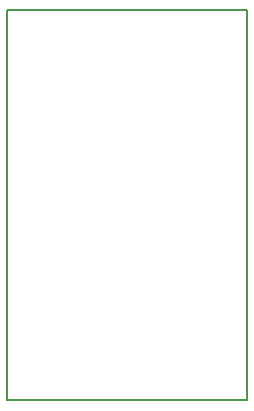
<source format=gbr>
G04 #@! TF.GenerationSoftware,KiCad,Pcbnew,(5.0.0)*
G04 #@! TF.CreationDate,2019-11-08T16:30:22-06:00*
G04 #@! TF.ProjectId,BlueMicro_LED_tester,426C75654D6963726F5F4C45445F7465,rev?*
G04 #@! TF.SameCoordinates,Original*
G04 #@! TF.FileFunction,Profile,NP*
%FSLAX46Y46*%
G04 Gerber Fmt 4.6, Leading zero omitted, Abs format (unit mm)*
G04 Created by KiCad (PCBNEW (5.0.0)) date 11/08/19 16:30:22*
%MOMM*%
%LPD*%
G01*
G04 APERTURE LIST*
%ADD10C,0.150000*%
G04 APERTURE END LIST*
D10*
X120015000Y-68580000D02*
X99695000Y-68580000D01*
X120015000Y-101600000D02*
X120015000Y-68580000D01*
X99695000Y-101600000D02*
X120015000Y-101600000D01*
X99695000Y-68580000D02*
X99695000Y-101600000D01*
M02*

</source>
